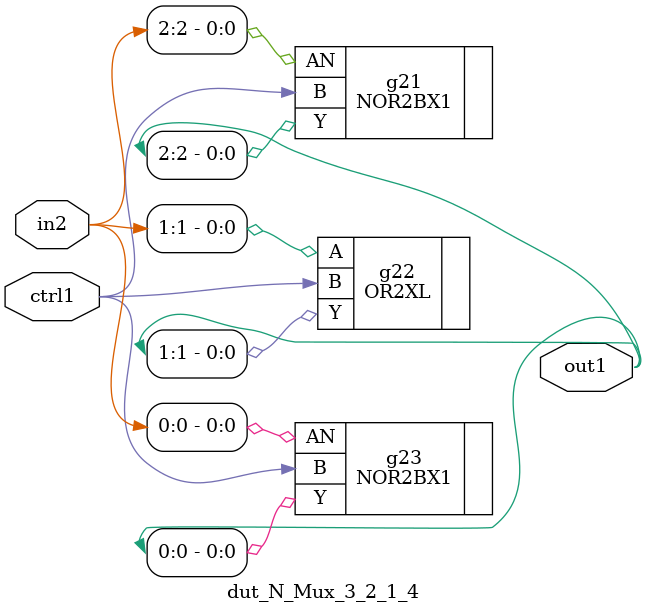
<source format=v>
`timescale 1ps / 1ps


module dut_N_Mux_3_2_1_4(in2, ctrl1, out1);
  input [2:0] in2;
  input ctrl1;
  output [2:0] out1;
  wire [2:0] in2;
  wire ctrl1;
  wire [2:0] out1;
  NOR2BX1 g21(.AN (in2[2]), .B (ctrl1), .Y (out1[2]));
  OR2XL g22(.A (in2[1]), .B (ctrl1), .Y (out1[1]));
  NOR2BX1 g23(.AN (in2[0]), .B (ctrl1), .Y (out1[0]));
endmodule



</source>
